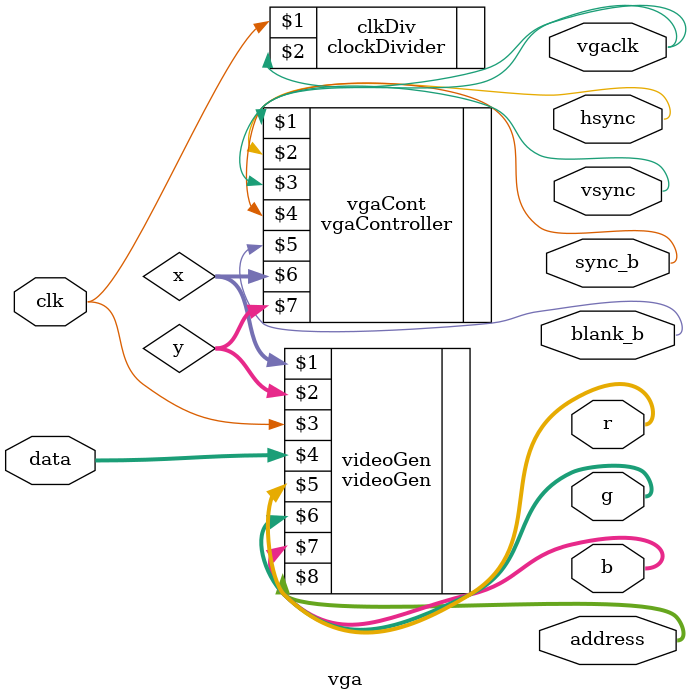
<source format=sv>
module vga(input logic clk, input logic [3:0] data, output logic vgaclk, output logic hsync, vsync, output logic sync_b, blank_b, output logic [7:0] r, g, b, output logic [23:0] address);
		
		logic [9:0] x, y;
		logic [3:0] dataAux;
		
		clockDivider clkDiv(clk, vgaclk);
		
		// Generate monitor timing signals
		vgaController vgaCont(vgaclk, hsync, vsync, sync_b, blank_b, x, y);
		
		// User-defined module to determine pixel color
		//videoGen videoGen(x, y,clk, data,  r, g, b, address);
		videoGen videoGen(x, y,clk, data,  r, g, b, address);
		
		// module videoGen(input logic [9:0] x, y, input logic clk, input logic [3:0] data, output logic [7:0] r, g, b, output logic [18:0] address);


endmodule
</source>
